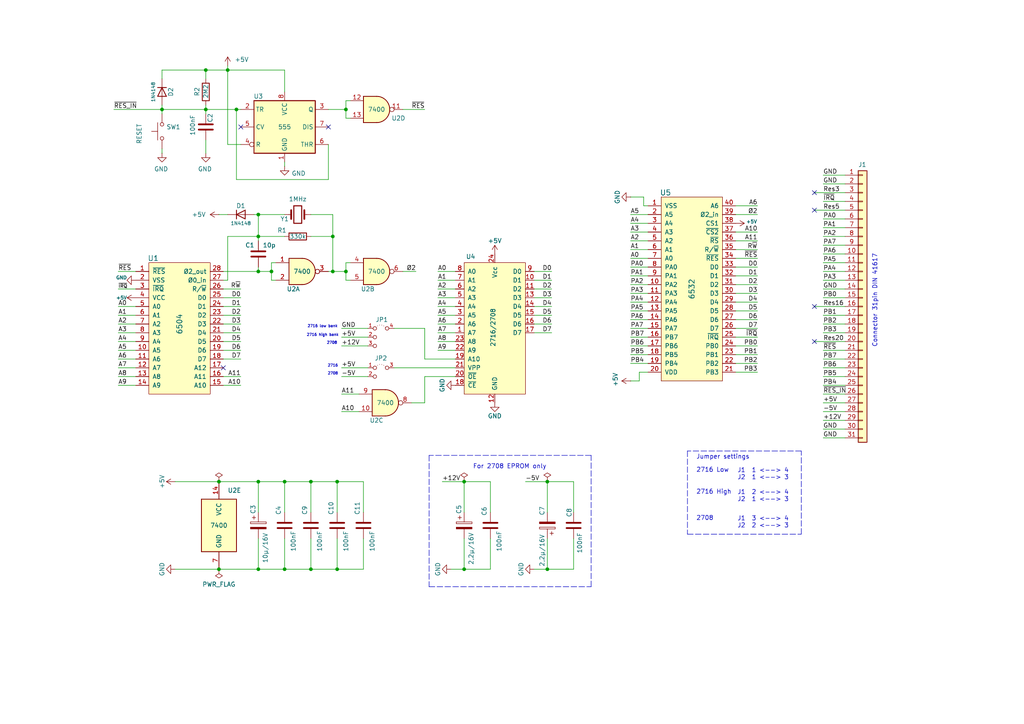
<source format=kicad_sch>
(kicad_sch (version 20250114) (generator "eeschema") (generator_version "9.0")
  (paper "A4")
  (title_block (title "6504 EMUF Reproduktion") (date "2026-02-07") (company "Original from MC 1981 / 2") (comment 1 "K.Loy"))
  (lib_symbols
    (symbol "74xx:7400" (pin_names (offset 1.016))
      (property "Reference" "U" (at 0 1.27 0))
      (property "Value" "7400" (at 0 -1.27 0))
      (symbol "7400_1_1"
        (pin input line (at -7.62 2.54 0) (length 3.81) (name "~") (number "1"))
        (pin input line (at -7.62 -2.54 0) (length 3.81) (name "~") (number "2"))
        (pin output inverted (at 7.62 0 180) (length 3.81) (name "~") (number "3"))
      )
      (symbol "7400_1_2"
        (pin input inverted (at -7.62 2.54 0) (length 4.318) (name "~") (number "1"))
        (pin input inverted (at -7.62 -2.54 0) (length 4.318) (name "~") (number "2"))
        (pin output line (at 7.62 0 180) (length 3.81) (name "~") (number "3"))
      )
      (symbol "7400_2_1"
        (pin input line (at -7.62 2.54 0) (length 3.81) (name "~") (number "4"))
        (pin input line (at -7.62 -2.54 0) (length 3.81) (name "~") (number "5"))
        (pin output inverted (at 7.62 0 180) (length 3.81) (name "~") (number "6"))
      )
      (symbol "7400_2_2"
        (pin input inverted (at -7.62 2.54 0) (length 4.318) (name "~") (number "4"))
        (pin input inverted (at -7.62 -2.54 0) (length 4.318) (name "~") (number "5"))
        (pin output line (at 7.62 0 180) (length 3.81) (name "~") (number "6"))
      )
      (symbol "7400_3_1"
        (pin input line (at -7.62 2.54 0) (length 3.81) (name "~") (number "9"))
        (pin input line (at -7.62 -2.54 0) (length 3.81) (name "~") (number "10"))
        (pin output inverted (at 7.62 0 180) (length 3.81) (name "~") (number "8"))
      )
      (symbol "7400_3_2"
        (pin input inverted (at -7.62 2.54 0) (length 4.318) (name "~") (number "9"))
        (pin input inverted (at -7.62 -2.54 0) (length 4.318) (name "~") (number "10"))
        (pin output line (at 7.62 0 180) (length 3.81) (name "~") (number "8"))
      )
      (symbol "7400_4_1"
        (pin input line (at -7.62 2.54 0) (length 3.81) (name "~") (number "12"))
        (pin input line (at -7.62 -2.54 0) (length 3.81) (name "~") (number "13"))
        (pin output inverted (at 7.62 0 180) (length 3.81) (name "~") (number "11"))
      )
      (symbol "7400_4_2"
        (pin input inverted (at -7.62 2.54 0) (length 4.318) (name "~") (number "12"))
        (pin input inverted (at -7.62 -2.54 0) (length 4.318) (name "~") (number "13"))
        (pin output line (at 7.62 0 180) (length 3.81) (name "~") (number "11"))
      )
      (symbol "7400_5_0"
        (pin power_in line (at 0 12.7 270) (length 5.08) (name "VCC") (number "14"))
        (pin power_in line (at 0 -12.7 90) (length 5.08) (name "GND") (number "7"))
      )
    )
    (symbol "Connector_Generic:Conn_01x31" (pin_names (offset 1.016) (hide yes))
      (property "Reference" "J" (at 0 40.64 0))
      (property "Value" "Conn_01x31" (at 0 -40.64 0))
      (symbol "Conn_01x31_1_1"
        (pin passive line (at -5.08 38.1 0) (length 3.81) (name "Pin_1") (number "1"))
        (pin passive line (at -5.08 35.56 0) (length 3.81) (name "Pin_2") (number "2"))
        (pin passive line (at -5.08 33.02 0) (length 3.81) (name "Pin_3") (number "3"))
        (pin passive line (at -5.08 30.48 0) (length 3.81) (name "Pin_4") (number "4"))
        (pin passive line (at -5.08 27.94 0) (length 3.81) (name "Pin_5") (number "5"))
        (pin passive line (at -5.08 25.4 0) (length 3.81) (name "Pin_6") (number "6"))
        (pin passive line (at -5.08 22.86 0) (length 3.81) (name "Pin_7") (number "7"))
        (pin passive line (at -5.08 20.32 0) (length 3.81) (name "Pin_8") (number "8"))
        (pin passive line (at -5.08 17.78 0) (length 3.81) (name "Pin_9") (number "9"))
        (pin passive line (at -5.08 15.24 0) (length 3.81) (name "Pin_10") (number "10"))
        (pin passive line (at -5.08 12.7 0) (length 3.81) (name "Pin_11") (number "11"))
        (pin passive line (at -5.08 10.16 0) (length 3.81) (name "Pin_12") (number "12"))
        (pin passive line (at -5.08 7.62 0) (length 3.81) (name "Pin_13") (number "13"))
        (pin passive line (at -5.08 5.08 0) (length 3.81) (name "Pin_14") (number "14"))
        (pin passive line (at -5.08 2.54 0) (length 3.81) (name "Pin_15") (number "15"))
        (pin passive line (at -5.08 0 0) (length 3.81) (name "Pin_16") (number "16"))
        (pin passive line (at -5.08 -2.54 0) (length 3.81) (name "Pin_17") (number "17"))
        (pin passive line (at -5.08 -5.08 0) (length 3.81) (name "Pin_18") (number "18"))
        (pin passive line (at -5.08 -7.62 0) (length 3.81) (name "Pin_19") (number "19"))
        (pin passive line (at -5.08 -10.16 0) (length 3.81) (name "Pin_20") (number "20"))
        (pin passive line (at -5.08 -12.7 0) (length 3.81) (name "Pin_21") (number "21"))
        (pin passive line (at -5.08 -15.24 0) (length 3.81) (name "Pin_22") (number "22"))
        (pin passive line (at -5.08 -17.78 0) (length 3.81) (name "Pin_23") (number "23"))
        (pin passive line (at -5.08 -20.32 0) (length 3.81) (name "Pin_24") (number "24"))
        (pin passive line (at -5.08 -22.86 0) (length 3.81) (name "Pin_25") (number "25"))
        (pin passive line (at -5.08 -25.4 0) (length 3.81) (name "Pin_26") (number "26"))
        (pin passive line (at -5.08 -27.94 0) (length 3.81) (name "Pin_27") (number "27"))
        (pin passive line (at -5.08 -30.48 0) (length 3.81) (name "Pin_28") (number "28"))
        (pin passive line (at -5.08 -33.02 0) (length 3.81) (name "Pin_29") (number "29"))
        (pin passive line (at -5.08 -35.56 0) (length 3.81) (name "Pin_30") (number "30"))
        (pin passive line (at -5.08 -38.1 0) (length 3.81) (name "Pin_31") (number "31"))
      )
    )
    (symbol "Device:C" (pin_numbers (hide yes)) (pin_names (offset 0.254))
      (property "Reference" "C" (at 0.635 2.54 0))
      (property "Value" "C" (at 0.635 -2.54 0))
      (symbol "C_1_1"
        (pin passive line (at 0 3.81 270) (length 2.794) (name "~") (number "1"))
        (pin passive line (at 0 -3.81 90) (length 2.794) (name "~") (number "2"))
      )
    )
    (symbol "Device:C_Polarized" (pin_numbers (hide yes)) (pin_names (offset 0.254))
      (property "Reference" "C" (at 0.635 2.54 0))
      (property "Value" "C_Polarized" (at 0.635 -2.54 0))
      (symbol "C_Polarized_1_1"
        (pin passive line (at 0 3.81 270) (length 2.794) (name "~") (number "1"))
        (pin passive line (at 0 -3.81 90) (length 2.794) (name "~") (number "2"))
      )
    )
    (symbol "Device:Crystal" (pin_numbers (hide yes)) (pin_names (offset 1.016) (hide yes))
      (property "Reference" "Y" (at 0 3.81 0))
      (property "Value" "Crystal" (at 0 -3.81 0))
      (symbol "Crystal_1_1"
        (pin passive line (at -3.81 0 0) (length 1.27) (name "1") (number "1"))
        (pin passive line (at 3.81 0 180) (length 1.27) (name "2") (number "2"))
      )
    )
    (symbol "Device:R" (pin_numbers (hide yes)) (pin_names (offset 0))
      (property "Reference" "R" (at 2.032 0 90))
      (property "Value" "R" (at 0 0 90))
      (symbol "R_1_1"
        (pin passive line (at 0 3.81 270) (length 1.27) (name "~") (number "1"))
        (pin passive line (at 0 -3.81 90) (length 1.27) (name "~") (number "2"))
      )
    )
    (symbol "Diode:1N4148" (pin_numbers (hide yes)) (pin_names (hide yes))
      (property "Reference" "D" (at 0 2.54 0))
      (property "Value" "1N4148" (at 0 -2.54 0))
      (symbol "1N4148_1_1"
        (pin passive line (at -3.81 0 0) (length 2.54) (name "K") (number "1"))
        (pin passive line (at 3.81 0 180) (length 2.54) (name "A") (number "2"))
      )
    )
    (symbol "Switch:SW_Omron_B3FS" (pin_numbers (hide yes)) (pin_names (offset 1.016) (hide yes))
      (property "Reference" "SW" (at 1.27 2.54 0))
      (property "Value" "SW_Omron_B3FS" (at 0 -1.524 0))
      (symbol "SW_Omron_B3FS_0_1"
        (pin passive line (at -5.08 0 0) (length 2.54) (name "1") (number "1"))
        (pin passive line (at 5.08 0 180) (length 2.54) (name "2") (number "2"))
      )
    )
    (symbol "Timer:NA555P"
      (property "Reference" "U" (at -10.16 8.89 0))
      (property "Value" "NA555P" (at 2.54 8.89 0))
      (symbol "NA555P_0_0"
        (pin power_in line (at 0 10.16 270) (length 2.54) (name "VCC") (number "8"))
        (pin power_in line (at 0 -10.16 90) (length 2.54) (name "GND") (number "1"))
      )
      (symbol "NA555P_1_1"
        (pin input line (at -12.7 5.08 0) (length 3.81) (name "TR") (number "2"))
        (pin input line (at -12.7 0 0) (length 3.81) (name "CV") (number "5"))
        (pin input inverted (at -12.7 -5.08 0) (length 3.81) (name "R") (number "4"))
        (pin output line (at 12.7 5.08 180) (length 3.81) (name "Q") (number "3"))
        (pin input line (at 12.7 0 180) (length 3.81) (name "DIS") (number "7"))
        (pin input line (at 12.7 -5.08 180) (length 3.81) (name "THR") (number "6"))
      )
    )
    (symbol "my_lib2:2716_" (pin_names (offset 1.016))
      (property "Reference" "U" (at 4.064 4.572 0))
      (property "Value" "2716_" (at 17.526 4.572 0))
      (symbol "2716__1_1"
        (pin input line (at 0 0 0) (length 2.54) (name "A0") (number "8"))
        (pin input line (at 0 -2.54 0) (length 2.54) (name "A1") (number "7"))
        (pin input line (at 0 -5.08 0) (length 2.54) (name "A2") (number "6"))
        (pin input line (at 0 -7.62 0) (length 2.54) (name "A3") (number "5"))
        (pin input line (at 0 -10.16 0) (length 2.54) (name "A4") (number "4"))
        (pin input line (at 0 -12.7 0) (length 2.54) (name "A5") (number "3"))
        (pin input line (at 0 -15.24 0) (length 2.54) (name "A6") (number "2"))
        (pin input line (at 0 -17.78 0) (length 2.54) (name "A7") (number "1"))
        (pin input line (at 0 -20.32 0) (length 2.54) (name "A8") (number "23"))
        (pin input line (at 0 -22.86 0) (length 2.54) (name "A9") (number "22"))
        (pin input line (at 0 -25.4 0) (length 2.54) (name "A10") (number "19"))
        (pin input line (at 0 -27.94 0) (length 2.54) (name "VPP") (number "21"))
        (pin input line (at 0 -30.48 0) (length 2.54) (name "~{OE}") (number "20"))
        (pin input line (at 0 -33.02 0) (length 2.54) (name "~{CE}") (number "18"))
        (pin power_in line (at 11.43 5.08 270) (length 2.54) (name "Vcc") (number "24"))
        (pin power_in line (at 11.43 -38.1 90) (length 2.54) (name "GND") (number "12"))
        (pin tri_state line (at 22.86 0 180) (length 2.54) (name "D0") (number "9"))
        (pin tri_state line (at 22.86 -2.54 180) (length 2.54) (name "D1") (number "10"))
        (pin tri_state line (at 22.86 -5.08 180) (length 2.54) (name "D2") (number "11"))
        (pin tri_state line (at 22.86 -7.62 180) (length 2.54) (name "D3") (number "13"))
        (pin tri_state line (at 22.86 -10.16 180) (length 2.54) (name "D4") (number "14"))
        (pin tri_state line (at 22.86 -12.7 180) (length 2.54) (name "D5") (number "15"))
        (pin tri_state line (at 22.86 -15.24 180) (length 2.54) (name "D6") (number "16"))
        (pin tri_state line (at 22.86 -17.78 180) (length 2.54) (name "D7") (number "17"))
      )
    )
    (symbol "my_lib2:6504" (pin_names (offset 1.016))
      (property "Reference" "U" (at -6.35 20.32 0))
      (property "Value" "6504" (at 0 0 90))
      (symbol "6504_1_1"
        (pin input line (at -12.7 15.24 0) (length 3.81) (name "~{RES}") (number "1"))
        (pin power_in line (at -12.7 12.7 0) (length 3.81) (name "VSS") (number "2"))
        (pin input line (at -12.7 10.16 0) (length 3.81) (name "~{IRQ}") (number "3"))
        (pin power_in line (at -12.7 7.62 0) (length 3.81) (name "VCC") (number "4"))
        (pin output line (at -12.7 5.08 0) (length 3.81) (name "A0") (number "5"))
        (pin output line (at -12.7 2.54 0) (length 3.81) (name "A1") (number "6"))
        (pin output line (at -12.7 0 0) (length 3.81) (name "A2") (number "7"))
        (pin output line (at -12.7 -2.54 0) (length 3.81) (name "A3") (number "8"))
        (pin output line (at -12.7 -5.08 0) (length 3.81) (name "A4") (number "9"))
        (pin output line (at -12.7 -7.62 0) (length 3.81) (name "A5") (number "10"))
        (pin output line (at -12.7 -10.16 0) (length 3.81) (name "A6") (number "11"))
        (pin output line (at -12.7 -12.7 0) (length 3.81) (name "A7") (number "12"))
        (pin output line (at -12.7 -15.24 0) (length 3.81) (name "A8") (number "13"))
        (pin output line (at -12.7 -17.78 0) (length 3.81) (name "A9") (number "14"))
        (pin output line (at 12.7 15.24 180) (length 3.81) (name "Ø2_out") (number "28"))
        (pin input line (at 12.7 12.7 180) (length 3.81) (name "Ø0_in") (number "27"))
        (pin output line (at 12.7 10.16 180) (length 3.81) (name "R/~{W}") (number "26"))
        (pin tri_state line (at 12.7 7.62 180) (length 3.81) (name "D0") (number "25"))
        (pin tri_state line (at 12.7 5.08 180) (length 3.81) (name "D1") (number "24"))
        (pin tri_state line (at 12.7 2.54 180) (length 3.81) (name "D2") (number "23"))
        (pin tri_state line (at 12.7 0 180) (length 3.81) (name "D3") (number "22"))
        (pin tri_state line (at 12.7 -2.54 180) (length 3.81) (name "D4") (number "21"))
        (pin tri_state line (at 12.7 -5.08 180) (length 3.81) (name "D5") (number "20"))
        (pin tri_state line (at 12.7 -7.62 180) (length 3.81) (name "D6") (number "19"))
        (pin tri_state line (at 12.7 -10.16 180) (length 3.81) (name "D7") (number "18"))
        (pin output line (at 12.7 -12.7 180) (length 3.81) (name "A12") (number "17"))
        (pin output line (at 12.7 -15.24 180) (length 3.81) (name "A11") (number "16"))
        (pin output line (at 12.7 -17.78 180) (length 3.81) (name "A10") (number "15"))
      )
    )
    (symbol "my_lib2:6532" (pin_names (offset 1.016))
      (property "Reference" "U" (at -6.35 27.94 0))
      (property "Value" "6532" (at 0 0 90))
      (symbol "6532_1_1"
        (pin power_in line (at -12.7 22.86 0) (length 3.81) (name "VSS") (number "1"))
        (pin input line (at -12.7 20.32 0) (length 3.81) (name "A5") (number "2"))
        (pin input line (at -12.7 17.78 0) (length 3.81) (name "A4") (number "3"))
        (pin input line (at -12.7 15.24 0) (length 3.81) (name "A3") (number "4"))
        (pin input line (at -12.7 12.7 0) (length 3.81) (name "A2") (number "5"))
        (pin input line (at -12.7 10.16 0) (length 3.81) (name "A1") (number "6"))
        (pin input line (at -12.7 7.62 0) (length 3.81) (name "A0") (number "7"))
        (pin bidirectional line (at -12.7 5.08 0) (length 3.81) (name "PA0") (number "8"))
        (pin bidirectional line (at -12.7 2.54 0) (length 3.81) (name "PA1") (number "9"))
        (pin bidirectional line (at -12.7 0 0) (length 3.81) (name "PA2") (number "10"))
        (pin bidirectional line (at -12.7 -2.54 0) (length 3.81) (name "PA3") (number "11"))
        (pin bidirectional line (at -12.7 -5.08 0) (length 3.81) (name "PA4") (number "12"))
        (pin bidirectional line (at -12.7 -7.62 0) (length 3.81) (name "PA5") (number "13"))
        (pin bidirectional line (at -12.7 -10.16 0) (length 3.81) (name "PA6") (number "14"))
        (pin bidirectional line (at -12.7 -12.7 0) (length 3.81) (name "PA7") (number "15"))
        (pin bidirectional line (at -12.7 -15.24 0) (length 3.81) (name "PB7") (number "16"))
        (pin bidirectional line (at -12.7 -17.78 0) (length 3.81) (name "PB6") (number "17"))
        (pin bidirectional line (at -12.7 -20.32 0) (length 3.81) (name "PB5") (number "18"))
        (pin bidirectional line (at -12.7 -22.86 0) (length 3.81) (name "PB4") (number "19"))
        (pin power_in line (at -12.7 -25.4 0) (length 3.81) (name "VDD") (number "20"))
        (pin input line (at 12.7 22.86 180) (length 3.81) (name "A6") (number "40"))
        (pin input line (at 12.7 20.32 180) (length 3.81) (name "Ø2_in") (number "39"))
        (pin input line (at 12.7 17.78 180) (length 3.81) (name "CS1") (number "38"))
        (pin input line (at 12.7 15.24 180) (length 3.81) (name "~{CS2}") (number "37"))
        (pin input line (at 12.7 12.7 180) (length 3.81) (name "~{RS}") (number "36"))
        (pin input line (at 12.7 10.16 180) (length 3.81) (name "R/~{W}") (number "35"))
        (pin input line (at 12.7 7.62 180) (length 3.81) (name "~{RES}") (number "34"))
        (pin tri_state line (at 12.7 5.08 180) (length 3.81) (name "D0") (number "33"))
        (pin tri_state line (at 12.7 2.54 180) (length 3.81) (name "D1") (number "32"))
        (pin tri_state line (at 12.7 0 180) (length 3.81) (name "D2") (number "31"))
        (pin tri_state line (at 12.7 -2.54 180) (length 3.81) (name "D3") (number "30"))
        (pin tri_state line (at 12.7 -5.08 180) (length 3.81) (name "D4") (number "29"))
        (pin tri_state line (at 12.7 -7.62 180) (length 3.81) (name "D5") (number "28"))
        (pin tri_state line (at 12.7 -10.16 180) (length 3.81) (name "D6") (number "27"))
        (pin tri_state line (at 12.7 -12.7 180) (length 3.81) (name "D7") (number "26"))
        (pin output line (at 12.7 -15.24 180) (length 3.81) (name "~{IRQ}") (number "25"))
        (pin bidirectional line (at 12.7 -17.78 180) (length 3.81) (name "PB0") (number "24"))
        (pin bidirectional line (at 12.7 -20.32 180) (length 3.81) (name "PB1") (number "23"))
        (pin bidirectional line (at 12.7 -22.86 180) (length 3.81) (name "PB2") (number "22"))
        (pin bidirectional line (at 12.7 -25.4 180) (length 3.81) (name "PB3") (number "21"))
      )
    )
    (symbol "my_lib2:JUMPER3_" (pin_names (offset 0.762) (hide yes))
      (property "Reference" "JP" (at -0.508 -2.54 0))
      (property "Value" "JUMPER3_" (at 0.254 2.54 0))
      (symbol "JUMPER3__0_1"
        (pin passive line (at -5.08 -2.54 0) (length 1.524) (name "2") (number "2"))
      )
      (symbol "JUMPER3__1_1"
        (pin passive line (at -5.08 0 0) (length 1.524) (name "1") (number "1"))
        (pin passive line (at 2.54 0 180) (length 1.524) (name "3") (number "3"))
      )
    )
    (symbol "my_lib2:JUMPER4_" (pin_names (offset 0.762) (hide yes))
      (property "Reference" "JP" (at -0.508 -2.54 0))
      (property "Value" "JUMPER4_" (at 0.254 2.54 0))
      (symbol "JUMPER4__0_1"
        (pin passive line (at -5.08 -2.54 0) (length 1.524) (name "2") (number "2"))
      )
      (symbol "JUMPER4__1_1"
        (pin passive line (at -5.08 0 0) (length 1.524) (name "1") (number "1"))
        (pin passive line (at -5.08 -5.08 0) (length 1.524) (name "3") (number "3"))
        (pin passive line (at 2.54 0 180) (length 1.524) (name "4") (number "4"))
      )
    )
    (symbol "power:+5V" (power) (pin_numbers (hide yes)) (pin_names (offset 0) (hide yes))
      (property "Value" "+5V" (at 0 3.556 0))
      (symbol "+5V_1_1"
        (pin power_in line (at 0 0 90) (length 0) (name "~") (number "1"))
      )
    )
    (symbol "power:GND" (power) (pin_numbers (hide yes)) (pin_names (offset 0) (hide yes))
      (property "Value" "GND" (at 0 -3.81 0))
      (symbol "GND_1_1"
        (pin power_in line (at 0 0 270) (length 0) (name "~") (number "1"))
      )
    )
    (symbol "power:PWR_FLAG" (power) (pin_numbers (hide yes)) (pin_names (offset 0) (hide yes))
      (property "Value" "PWR_FLAG" (at 0 3.81 0))
      (symbol "PWR_FLAG_0_0"
        (pin power_out line (at 0 0 90) (length 0) (name "~") (number "1"))
      )
    )
  )
  (text "J1  3 <--> 4\nJ2  2 <--> 3" (at 213.868 153.289 0) (effects (font (size 1.27 1.27)) (justify left bottom)))
  (text "2708" (at 94.742 99.568 0) (effects (font (size 0.762 0.762)) (justify left)))
  (text "J1  1 <--> 4\nJ2  1 <--> 3" (at 213.868 139.319 0) (effects (font (size 1.27 1.27)) (justify left bottom)))
  (text "For 2708 EPROM only" (at 137.16 136.144 0) (effects (font (size 1.27 1.27)) (justify left bottom)))
  (text "2716 High" (at 201.93 143.51 0) (effects (font (size 1.27 1.27)) (justify left bottom)))
  (text "2716" (at 94.996 106.172 0) (effects (font (size 0.762 0.762)) (justify left)))
  (text "2716 high bank" (at 88.9 97.282 0) (effects (font (size 0.762 0.762)) (justify left)))
  (text "2708" (at 201.93 151.13 0) (effects (font (size 1.27 1.27)) (justify left bottom)))
  (text "Connector 31pin DIN 41617" (at 254.508 100.838 90) (effects (font (size 1.27 1.27)) (justify left bottom)))
  (text "Jumper settings " (at 201.93 133.35 0) (effects (font (size 1.27 1.27)) (justify left bottom)))
  (text "J1  2 <--> 4\nJ2  1 <--> 3" (at 213.868 145.669 0) (effects (font (size 1.27 1.27)) (justify left bottom)))
  (text "2708" (at 94.996 108.458 0) (effects (font (size 0.762 0.762)) (justify left)))
  (text "2716 Low" (at 201.93 137.16 0) (effects (font (size 1.27 1.27)) (justify left bottom)))
  (text "2716 low bank" (at 89.154 94.742 0) (effects (font (size 0.762 0.762)) (justify left)))
  (junction (at 74.93 165.1))
  (junction (at 97.79 165.1))
  (junction (at 82.55 139.7))
  (junction (at 158.75 139.7))
  (junction (at 90.17 139.7))
  (junction (at 82.55 165.1))
  (junction (at 74.93 68.58))
  (junction (at 74.93 139.7))
  (junction (at 74.93 78.74))
  (junction (at 134.62 139.7))
  (junction (at 74.93 62.23))
  (junction (at 59.69 31.75))
  (junction (at 100.33 31.75))
  (junction (at 66.04 20.32))
  (junction (at 63.5 139.7))
  (junction (at 97.79 139.7))
  (junction (at 134.62 165.1))
  (junction (at 90.17 165.1))
  (junction (at 96.52 78.74))
  (junction (at 96.52 68.58))
  (junction (at 68.58 31.75))
  (junction (at 59.69 20.32))
  (junction (at 46.99 31.75))
  (junction (at 63.5 165.1))
  (junction (at 100.33 78.74))
  (junction (at 158.75 165.1))
  (junction (at 78.74 78.74))
  (no_connect (at 95.25 36.83))
  (no_connect (at 69.85 36.83))
  (no_connect (at 236.22 88.9))
  (no_connect (at 236.22 99.06))
  (no_connect (at 236.22 60.96))
  (no_connect (at 64.77 106.68))
  (no_connect (at 236.22 55.88))
  (wire (pts (xy 238.76 83.82) (xy 245.11 83.82)))
  (wire (pts (xy 182.88 74.93) (xy 187.96 74.93)))
  (wire (pts (xy 104.14 119.38) (xy 99.06 119.38)))
  (wire (pts (xy 213.36 59.69) (xy 219.71 59.69)))
  (wire (pts (xy 46.99 30.48) (xy 46.99 31.75)))
  (wire (pts (xy 59.69 20.32) (xy 66.04 20.32)))
  (wire (pts (xy 69.85 93.98) (xy 64.77 93.98)))
  (wire (pts (xy 160.02 96.52) (xy 154.94 96.52)))
  (wire (pts (xy 238.76 50.8) (xy 245.11 50.8)))
  (wire (pts (xy 64.77 78.74) (xy 74.93 78.74)))
  (wire (pts (xy 213.36 67.31) (xy 219.71 67.31)))
  (wire (pts (xy 74.93 77.47) (xy 74.93 78.74)))
  (wire (pts (xy 66.04 68.58) (xy 66.04 81.28)))
  (wire (pts (xy 187.96 90.17) (xy 182.88 90.17)))
  (wire (pts (xy 213.36 102.87) (xy 219.71 102.87)))
  (wire (pts (xy 90.17 139.7) (xy 97.79 139.7)))
  (wire (pts (xy 66.04 20.32) (xy 82.55 20.32)))
  (wire (pts (xy 213.36 69.85) (xy 219.71 69.85)))
  (wire (pts (xy 69.85 99.06) (xy 64.77 99.06)))
  (wire (pts (xy 187.96 97.79) (xy 182.88 97.79)))
  (wire (pts (xy 97.79 165.1) (xy 105.41 165.1)))
  (wire (pts (xy 78.74 76.2) (xy 78.74 78.74)))
  (wire (pts (xy 213.36 100.33) (xy 219.71 100.33)))
  (wire (pts (xy 187.96 85.09) (xy 182.88 85.09)))
  (wire (pts (xy 236.22 99.06) (xy 245.11 99.06)))
  (wire (pts (xy 238.76 73.66) (xy 245.11 73.66)))
  (wire (pts (xy 46.99 31.75) (xy 46.99 33.02)))
  (wire (pts (xy 182.88 110.49) (xy 185.42 110.49)))
  (wire (pts (xy 238.76 86.36) (xy 245.11 86.36)))
  (wire (pts (xy 238.76 58.42) (xy 245.11 58.42)))
  (wire (pts (xy 127 93.98) (xy 132.08 93.98)))
  (wire (pts (xy 69.85 41.91) (xy 66.04 41.91)))
  (wire (pts (xy 46.99 22.86) (xy 46.99 20.32)))
  (wire (pts (xy 59.69 31.75) (xy 59.69 33.02)))
  (wire (pts (xy 59.69 40.64) (xy 59.69 44.45)))
  (polyline (pts (xy 199.39 130.81) (xy 199.39 154.94)) (stroke (width 0) (type dash)))
  (wire (pts (xy 160.02 83.82) (xy 154.94 83.82)))
  (wire (pts (xy 238.76 104.14) (xy 245.11 104.14)))
  (wire (pts (xy 238.76 119.38) (xy 245.11 119.38)))
  (wire (pts (xy 213.36 77.47) (xy 219.71 77.47)))
  (wire (pts (xy 238.76 91.44) (xy 245.11 91.44)))
  (polyline (pts (xy 171.45 132.08) (xy 124.46 132.08)) (stroke (width 0) (type dash)))
  (wire (pts (xy 142.24 156.21) (xy 142.24 165.1)))
  (wire (pts (xy 127 101.6) (xy 132.08 101.6)))
  (wire (pts (xy 158.75 148.59) (xy 158.75 139.7)))
  (wire (pts (xy 134.62 156.21) (xy 134.62 165.1)))
  (wire (pts (xy 59.69 20.32) (xy 59.69 22.86)))
  (wire (pts (xy 182.88 100.33) (xy 187.96 100.33)))
  (wire (pts (xy 187.96 95.25) (xy 182.88 95.25)))
  (wire (pts (xy 182.88 87.63) (xy 187.96 87.63)))
  (wire (pts (xy 187.96 59.69) (xy 186.69 59.69)))
  (wire (pts (xy 119.38 116.84) (xy 123.19 116.84)))
  (wire (pts (xy 160.02 86.36) (xy 154.94 86.36)))
  (wire (pts (xy 123.19 95.25) (xy 114.3 95.25)))
  (wire (pts (xy 39.37 93.98) (xy 34.29 93.98)))
  (wire (pts (xy 127 91.44) (xy 132.08 91.44)))
  (wire (pts (xy 213.36 107.95) (xy 219.71 107.95)))
  (wire (pts (xy 95.25 78.74) (xy 96.52 78.74)))
  (polyline (pts (xy 199.39 154.94) (xy 232.41 154.94)) (stroke (width 0) (type dash)))
  (wire (pts (xy 82.55 139.7) (xy 82.55 148.59)))
  (wire (pts (xy 106.68 97.79) (xy 99.06 97.79)))
  (polyline (pts (xy 232.41 130.81) (xy 199.39 130.81)) (stroke (width 0) (type dash)))
  (wire (pts (xy 96.52 68.58) (xy 96.52 78.74)))
  (wire (pts (xy 160.02 78.74) (xy 154.94 78.74)))
  (wire (pts (xy 66.04 68.58) (xy 74.93 68.58)))
  (wire (pts (xy 64.77 111.76) (xy 69.85 111.76)))
  (wire (pts (xy 82.55 165.1) (xy 90.17 165.1)))
  (wire (pts (xy 100.33 78.74) (xy 100.33 81.28)))
  (wire (pts (xy 39.37 111.76) (xy 34.29 111.76)))
  (wire (pts (xy 95.25 31.75) (xy 100.33 31.75)))
  (wire (pts (xy 90.17 165.1) (xy 97.79 165.1)))
  (wire (pts (xy 69.85 104.14) (xy 64.77 104.14)))
  (wire (pts (xy 160.02 93.98) (xy 154.94 93.98)))
  (wire (pts (xy 182.88 72.39) (xy 187.96 72.39)))
  (wire (pts (xy 166.37 156.21) (xy 166.37 165.1)))
  (polyline (pts (xy 171.45 170.18) (xy 171.45 132.08)) (stroke (width 0) (type dash)))
  (wire (pts (xy 59.69 31.75) (xy 59.69 30.48)))
  (wire (pts (xy 69.85 109.22) (xy 64.77 109.22)))
  (wire (pts (xy 96.52 78.74) (xy 100.33 78.74)))
  (wire (pts (xy 238.76 66.04) (xy 245.11 66.04)))
  (polyline (pts (xy 124.46 170.18) (xy 171.45 170.18)) (stroke (width 0) (type dash)))
  (wire (pts (xy 134.62 148.59) (xy 134.62 139.7)))
  (wire (pts (xy 154.94 165.1) (xy 158.75 165.1)))
  (wire (pts (xy 74.93 165.1) (xy 82.55 165.1)))
  (wire (pts (xy 106.68 106.68) (xy 99.06 106.68)))
  (wire (pts (xy 213.36 92.71) (xy 219.71 92.71)))
  (wire (pts (xy 160.02 91.44) (xy 154.94 91.44)))
  (wire (pts (xy 90.17 148.59) (xy 90.17 139.7)))
  (wire (pts (xy 39.37 104.14) (xy 34.29 104.14)))
  (wire (pts (xy 213.36 90.17) (xy 219.71 90.17)))
  (wire (pts (xy 68.58 52.07) (xy 95.25 52.07)))
  (wire (pts (xy 82.55 46.99) (xy 82.55 48.26)))
  (wire (pts (xy 100.33 76.2) (xy 101.6 76.2)))
  (wire (pts (xy 99.06 109.22) (xy 106.68 109.22)))
  (wire (pts (xy 39.37 96.52) (xy 34.29 96.52)))
  (wire (pts (xy 97.79 139.7) (xy 97.79 148.59)))
  (wire (pts (xy 106.68 100.33) (xy 99.06 100.33)))
  (wire (pts (xy 127 86.36) (xy 132.08 86.36)))
  (wire (pts (xy 182.88 77.47) (xy 187.96 77.47)))
  (wire (pts (xy 152.4 139.7) (xy 158.75 139.7)))
  (wire (pts (xy 158.75 165.1) (xy 166.37 165.1)))
  (wire (pts (xy 123.19 109.22) (xy 132.08 109.22)))
  (wire (pts (xy 186.69 57.15) (xy 186.69 59.69)))
  (wire (pts (xy 182.88 92.71) (xy 187.96 92.71)))
  (wire (pts (xy 74.93 68.58) (xy 74.93 69.85)))
  (wire (pts (xy 238.76 109.22) (xy 245.11 109.22)))
  (wire (pts (xy 134.62 165.1) (xy 142.24 165.1)))
  (wire (pts (xy 39.37 109.22) (xy 34.29 109.22)))
  (wire (pts (xy 100.33 31.75) (xy 100.33 34.29)))
  (wire (pts (xy 90.17 62.23) (xy 96.52 62.23)))
  (wire (pts (xy 74.93 165.1) (xy 74.93 156.21)))
  (wire (pts (xy 46.99 43.18) (xy 46.99 44.45)))
  (wire (pts (xy 69.85 96.52) (xy 64.77 96.52)))
  (wire (pts (xy 69.85 86.36) (xy 64.77 86.36)))
  (wire (pts (xy 128.27 139.7) (xy 134.62 139.7)))
  (wire (pts (xy 142.24 148.59) (xy 142.24 139.7)))
  (wire (pts (xy 39.37 83.82) (xy 34.29 83.82)))
  (wire (pts (xy 130.81 165.1) (xy 134.62 165.1)))
  (wire (pts (xy 132.08 78.74) (xy 127 78.74)))
  (wire (pts (xy 182.88 64.77) (xy 187.96 64.77)))
  (wire (pts (xy 238.76 116.84) (xy 245.11 116.84)))
  (wire (pts (xy 238.76 71.12) (xy 245.11 71.12)))
  (wire (pts (xy 59.69 31.75) (xy 68.58 31.75)))
  (wire (pts (xy 63.5 165.1) (xy 74.93 165.1)))
  (wire (pts (xy 160.02 88.9) (xy 154.94 88.9)))
  (wire (pts (xy 39.37 91.44) (xy 34.29 91.44)))
  (wire (pts (xy 134.62 139.7) (xy 142.24 139.7)))
  (wire (pts (xy 158.75 156.21) (xy 158.75 165.1)))
  (wire (pts (xy 245.11 96.52) (xy 238.76 96.52)))
  (wire (pts (xy 187.96 80.01) (xy 182.88 80.01)))
  (wire (pts (xy 185.42 107.95) (xy 185.42 110.49)))
  (wire (pts (xy 213.36 105.41) (xy 219.71 105.41)))
  (wire (pts (xy 127 83.82) (xy 132.08 83.82)))
  (wire (pts (xy 64.77 81.28) (xy 66.04 81.28)))
  (wire (pts (xy 238.76 93.98) (xy 245.11 93.98)))
  (wire (pts (xy 69.85 83.82) (xy 64.77 83.82)))
  (wire (pts (xy 238.76 76.2) (xy 245.11 76.2)))
  (wire (pts (xy 46.99 20.32) (xy 59.69 20.32)))
  (wire (pts (xy 123.19 116.84) (xy 123.19 109.22)))
  (wire (pts (xy 166.37 148.59) (xy 166.37 139.7)))
  (wire (pts (xy 46.99 31.75) (xy 59.69 31.75)))
  (wire (pts (xy 78.74 81.28) (xy 80.01 81.28)))
  (wire (pts (xy 187.96 107.95) (xy 185.42 107.95)))
  (wire (pts (xy 39.37 78.74) (xy 34.29 78.74)))
  (wire (pts (xy 236.22 55.88) (xy 245.11 55.88)))
  (wire (pts (xy 245.11 127) (xy 238.76 127)))
  (wire (pts (xy 82.55 165.1) (xy 82.55 156.21)))
  (wire (pts (xy 82.55 20.32) (xy 82.55 26.67)))
  (wire (pts (xy 50.8 139.7) (xy 63.5 139.7)))
  (wire (pts (xy 213.36 62.23) (xy 219.71 62.23)))
  (wire (pts (xy 74.93 139.7) (xy 82.55 139.7)))
  (wire (pts (xy 116.84 78.74) (xy 120.65 78.74)))
  (polyline (pts (xy 232.41 154.94) (xy 232.41 130.81)) (stroke (width 0) (type dash)))
  (wire (pts (xy 213.36 97.79) (xy 219.71 97.79)))
  (wire (pts (xy 97.79 156.21) (xy 97.79 165.1)))
  (wire (pts (xy 104.14 114.3) (xy 99.06 114.3)))
  (wire (pts (xy 82.55 62.23) (xy 74.93 62.23)))
  (wire (pts (xy 100.33 81.28) (xy 101.6 81.28)))
  (wire (pts (xy 69.85 31.75) (xy 68.58 31.75)))
  (wire (pts (xy 74.93 148.59) (xy 74.93 139.7)))
  (wire (pts (xy 213.36 85.09) (xy 219.71 85.09)))
  (wire (pts (xy 245.11 53.34) (xy 238.76 53.34)))
  (wire (pts (xy 95.25 52.07) (xy 95.25 41.91)))
  (wire (pts (xy 80.01 76.2) (xy 78.74 76.2)))
  (wire (pts (xy 105.41 156.21) (xy 105.41 165.1)))
  (wire (pts (xy 66.04 19.05) (xy 66.04 20.32)))
  (wire (pts (xy 182.88 57.15) (xy 186.69 57.15)))
  (wire (pts (xy 123.19 95.25) (xy 123.19 104.14)))
  (wire (pts (xy 213.36 74.93) (xy 219.71 74.93)))
  (wire (pts (xy 69.85 101.6) (xy 64.77 101.6)))
  (wire (pts (xy 66.04 20.32) (xy 66.04 41.91)))
  (wire (pts (xy 39.37 99.06) (xy 34.29 99.06)))
  (wire (pts (xy 213.36 95.25) (xy 219.71 95.25)))
  (wire (pts (xy 127 96.52) (xy 132.08 96.52)))
  (wire (pts (xy 182.88 102.87) (xy 187.96 102.87)))
  (wire (pts (xy 236.22 88.9) (xy 245.11 88.9)))
  (wire (pts (xy 78.74 78.74) (xy 78.74 81.28)))
  (wire (pts (xy 182.88 105.41) (xy 187.96 105.41)))
  (wire (pts (xy 69.85 91.44) (xy 64.77 91.44)))
  (wire (pts (xy 182.88 69.85) (xy 187.96 69.85)))
  (wire (pts (xy 213.36 72.39) (xy 219.71 72.39)))
  (wire (pts (xy 82.55 139.7) (xy 90.17 139.7)))
  (wire (pts (xy 90.17 156.21) (xy 90.17 165.1)))
  (wire (pts (xy 74.93 68.58) (xy 82.55 68.58)))
  (wire (pts (xy 100.33 34.29) (xy 101.6 34.29)))
  (wire (pts (xy 182.88 62.23) (xy 187.96 62.23)))
  (wire (pts (xy 238.76 101.6) (xy 245.11 101.6)))
  (wire (pts (xy 50.8 165.1) (xy 63.5 165.1)))
  (wire (pts (xy 100.33 29.21) (xy 101.6 29.21)))
  (wire (pts (xy 68.58 31.75) (xy 68.58 52.07)))
  (wire (pts (xy 100.33 31.75) (xy 100.33 29.21)))
  (wire (pts (xy 127 99.06) (xy 132.08 99.06)))
  (wire (pts (xy 73.66 62.23) (xy 74.93 62.23)))
  (wire (pts (xy 123.19 104.14) (xy 132.08 104.14)))
  (wire (pts (xy 238.76 63.5) (xy 245.11 63.5)))
  (wire (pts (xy 116.84 31.75) (xy 123.19 31.75)))
  (wire (pts (xy 74.93 62.23) (xy 74.93 68.58)))
  (wire (pts (xy 238.76 124.46) (xy 245.11 124.46)))
  (wire (pts (xy 74.93 78.74) (xy 78.74 78.74)))
  (wire (pts (xy 213.36 80.01) (xy 219.71 80.01)))
  (wire (pts (xy 97.79 139.7) (xy 105.41 139.7)))
  (wire (pts (xy 213.36 82.55) (xy 219.71 82.55)))
  (wire (pts (xy 39.37 106.68) (xy 34.29 106.68)))
  (wire (pts (xy 245.11 111.76) (xy 238.76 111.76)))
  (wire (pts (xy 182.88 67.31) (xy 187.96 67.31)))
  (wire (pts (xy 96.52 68.58) (xy 90.17 68.58)))
  (wire (pts (xy 236.22 60.96) (xy 245.11 60.96)))
  (wire (pts (xy 127 81.28) (xy 132.08 81.28)))
  (wire (pts (xy 39.37 101.6) (xy 34.29 101.6)))
  (wire (pts (xy 96.52 62.23) (xy 96.52 68.58)))
  (polyline (pts (xy 124.46 132.08) (xy 124.46 170.18)) (stroke (width 0) (type dash)))
  (wire (pts (xy 154.94 81.28) (xy 160.02 81.28)))
  (wire (pts (xy 127 88.9) (xy 132.08 88.9)))
  (wire (pts (xy 105.41 139.7) (xy 105.41 148.59)))
  (wire (pts (xy 158.75 139.7) (xy 166.37 139.7)))
  (wire (pts (xy 238.76 114.3) (xy 245.11 114.3)))
  (wire (pts (xy 100.33 78.74) (xy 100.33 76.2)))
  (wire (pts (xy 182.88 82.55) (xy 187.96 82.55)))
  (wire (pts (xy 114.3 106.68) (xy 132.08 106.68)))
  (wire (pts (xy 106.68 95.25) (xy 99.06 95.25)))
  (wire (pts (xy 213.36 87.63) (xy 219.71 87.63)))
  (wire (pts (xy 238.76 68.58) (xy 245.11 68.58)))
  (wire (pts (xy 238.76 78.74) (xy 245.11 78.74)))
  (wire (pts (xy 69.85 88.9) (xy 64.77 88.9)))
  (wire (pts (xy 39.37 88.9) (xy 34.29 88.9)))
  (wire (pts (xy 238.76 106.68) (xy 245.11 106.68)))
  (wire (pts (xy 238.76 81.28) (xy 245.11 81.28)))
  (wire (pts (xy 33.02 31.75) (xy 46.99 31.75)))
  (wire (pts (xy 63.5 62.23) (xy 66.04 62.23)))
  (wire (pts (xy 63.5 139.7) (xy 74.93 139.7)))
  (wire (pts (xy 238.76 121.92) (xy 245.11 121.92)))
  (label "PB4" (at 238.76 111.76 0))
  (label "A2" (at 34.29 93.98 0))
  (label "~{IRQ}" (at 34.29 83.82 0) (effects (font (size 0.9906 0.9906))))
  (label "A5" (at 34.29 101.6 0))
  (label "PB3" (at 238.76 96.52 0))
  (label "PB7" (at 182.88 97.79 0))
  (label "D7" (at 69.85 104.14 180))
  (label "A7" (at 34.29 106.68 0))
  (label "A10" (at 219.71 67.31 180))
  (label "D4" (at 219.71 87.63 180))
  (label "Res20" (at 238.76 99.06 0))
  (label "GND" (at 238.76 53.34 0))
  (label "D6" (at 219.71 92.71 180))
  (label "+5V" (at 238.76 116.84 0))
  (label "Ø2" (at 219.71 62.23 180))
  (label "PA2" (at 182.88 82.55 0))
  (label "PA0" (at 182.88 77.47 0))
  (label "R~{W}" (at 219.71 72.39 180))
  (label "A2" (at 127 83.82 0))
  (label "A1" (at 127 81.28 0))
  (label "D0" (at 160.02 78.74 180))
  (label "PA1" (at 182.88 80.01 0))
  (label "~{RES_IN}" (at 238.76 114.3 0))
  (label "~{IRQ}" (at 238.76 58.42 0))
  (label "-5V" (at 99.06 109.22 0))
  (label "PB5" (at 182.88 102.87 0))
  (label "D0" (at 69.85 86.36 180))
  (label "GND" (at 238.76 127 0))
  (label "A1" (at 34.29 91.44 0))
  (label "PA1" (at 238.76 66.04 0))
  (label "D3" (at 219.71 85.09 180))
  (label "PB3" (at 219.71 107.95 180))
  (label "PA7" (at 238.76 71.12 0))
  (label "+5V" (at 99.06 97.79 0))
  (label "A4" (at 34.29 99.06 0))
  (label "~{RES}" (at 34.29 78.74 0))
  (label "A11" (at 69.85 109.22 180))
  (label "D1" (at 219.71 80.01 180))
  (label "A9" (at 34.29 111.76 0))
  (label "PB6" (at 238.76 106.68 0))
  (label "+12V" (at 99.06 100.33 0))
  (label "PA2" (at 238.76 68.58 0))
  (label "~{RES}" (at 238.76 101.6 0))
  (label "PB6" (at 182.88 100.33 0))
  (label "D6" (at 69.85 101.6 180))
  (label "PB2" (at 219.71 105.41 180))
  (label "A11" (at 99.06 114.3 0))
  (label "~{IRQ}" (at 219.71 97.79 180))
  (label "A6" (at 34.29 104.14 0))
  (label "Ø2" (at 120.65 78.74 180))
  (label "+12V" (at 128.27 139.7 0))
  (label "PA5" (at 182.88 90.17 0))
  (label "D7" (at 160.02 96.52 180))
  (label "D1" (at 69.85 88.9 180))
  (label "PA6" (at 238.76 73.66 0))
  (label "A3" (at 127 86.36 0))
  (label "A3" (at 34.29 96.52 0))
  (label "A8" (at 127 99.06 0))
  (label "A10" (at 99.06 119.38 0))
  (label "A5" (at 127 91.44 0))
  (label "D2" (at 69.85 91.44 180))
  (label "A9" (at 127 101.6 0))
  (label "PA3" (at 238.76 81.28 0))
  (label "Res3" (at 238.76 55.88 0))
  (label "D7" (at 219.71 95.25 180))
  (label "GND" (at 238.76 124.46 0))
  (label "PA7" (at 182.88 95.25 0))
  (label "A3" (at 182.88 67.31 0))
  (label "A0" (at 182.88 74.93 0))
  (label "A6" (at 219.71 59.69 180))
  (label "D6" (at 160.02 93.98 180))
  (label "+5V" (at 99.06 106.68 0))
  (label "-5V" (at 238.76 119.38 0))
  (label "A10" (at 69.85 111.76 180))
  (label "A2" (at 182.88 69.85 0))
  (label "D5" (at 219.71 90.17 180))
  (label "Res5" (at 238.76 60.96 0))
  (label "A5" (at 182.88 62.23 0))
  (label "D2" (at 219.71 82.55 180))
  (label "GND" (at 99.06 95.25 0))
  (label "A4" (at 127 88.9 0))
  (label "-5V" (at 152.4 139.7 0))
  (label "R~{W}" (at 69.85 83.82 180))
  (label "D4" (at 69.85 96.52 180))
  (label "D5" (at 160.02 91.44 180))
  (label "PB7" (at 238.76 104.14 0))
  (label "D4" (at 160.02 88.9 180))
  (label "D1" (at 160.02 81.28 180))
  (label "A6" (at 127 93.98 0))
  (label "A11" (at 219.71 69.85 180))
  (label "PA3" (at 182.88 85.09 0))
  (label "PB1" (at 238.76 91.44 0))
  (label "PB0" (at 238.76 86.36 0))
  (label "A0" (at 127 78.74 0))
  (label "PB0" (at 219.71 100.33 180))
  (label "D3" (at 69.85 93.98 180))
  (label "A4" (at 182.88 64.77 0))
  (label "D2" (at 160.02 83.82 180))
  (label "~{RES_IN}" (at 33.02 31.75 0))
  (label "~{RES}" (at 123.19 31.75 180))
  (label "PB4" (at 182.88 105.41 0))
  (label "PB2" (at 238.76 93.98 0))
  (label "~{RES}" (at 219.71 74.93 180))
  (label "A8" (at 34.29 109.22 0))
  (label "PA0" (at 238.76 63.5 0))
  (label "+12V" (at 238.76 121.92 0))
  (label "GND" (at 238.76 50.8 0))
  (label "GND" (at 238.76 83.82 0))
  (label "PA6" (at 182.88 92.71 0))
  (label "D5" (at 69.85 99.06 180))
  (label "A0" (at 34.29 88.9 0))
  (label "PA4" (at 182.88 87.63 0))
  (label "PA5" (at 238.76 76.2 0))
  (label "PA4" (at 238.76 78.74 0))
  (label "PB5" (at 238.76 109.22 0))
  (label "D0" (at 219.71 77.47 180))
  (label "A7" (at 127 96.52 0))
  (label "PB1" (at 219.71 102.87 180))
  (label "Res16" (at 238.76 88.9 0))
  (label "D3" (at 160.02 86.36 180))
  (label "A1" (at 182.88 72.39 0))
  (symbol (lib_id "Timer:NA555P") (at 82.55 36.83 0) (unit 1)
    (property "Reference" "U3" (at 74.93 27.94 0))
    (property "Value" "555" (at 82.55 36.83 0))
    (property "Footprint" "Package_DIP:DIP-8_W7.62mm" (effects (hide yes)))
    (property "Datasheet" "http://www.ti.com/lit/ds/symlink/ne555.pdf" (effects (hide yes)))
  )
  (symbol (lib_id "my_lib2:6504") (at 52.07 93.98 0) (unit 1)
    (property "Reference" "U1" (at 44.45 74.93 0) (effects (font (size 1.524 1.524))))
    (property "Value" "6504" (at 52.07 93.98 90) (effects (font (size 1.524 1.524))))
    (property "Footprint" "Package_DIP:DIP-28_W15.24mm" (effects (hide yes)))
  )
  (symbol (lib_id "74xx:7400") (at 87.63 78.74 0) (unit 1)
    (property "Reference" "U2" (at 85.09 83.82 0))
    (property "Value" "7400" (at 87.63 78.74 0))
    (property "Footprint" "Package_DIP:DIP-14_W7.62mm" (effects (hide yes)))
    (property "Datasheet" "http://www.ti.com/lit/gpn/sn7400" (effects (hide yes)))
  )
  (symbol (lib_id "74xx:7400") (at 109.22 78.74 0) (unit 2)
    (property "Reference" "U2" (at 106.68 83.82 0))
    (property "Value" "7400" (at 109.22 78.74 0))
    (property "Footprint" "Package_DIP:DIP-14_W7.62mm" (effects (hide yes)))
    (property "Datasheet" "http://www.ti.com/lit/gpn/sn7400" (effects (hide yes)))
  )
  (symbol (lib_id "74xx:7400") (at 111.76 116.84 0) (unit 3)
    (property "Reference" "U2" (at 109.22 121.92 0))
    (property "Value" "7400" (at 111.76 116.84 0))
    (property "Footprint" "Package_DIP:DIP-14_W7.62mm" (effects (hide yes)))
    (property "Datasheet" "http://www.ti.com/lit/gpn/sn7400" (effects (hide yes)))
  )
  (symbol (lib_id "74xx:7400") (at 109.22 31.75 0) (unit 4)
    (property "Reference" "U2" (at 115.57 34.29 0))
    (property "Value" "7400" (at 109.22 31.75 0))
    (property "Footprint" "Package_DIP:DIP-14_W7.62mm" (effects (hide yes)))
    (property "Datasheet" "http://www.ti.com/lit/gpn/sn7400" (effects (hide yes)))
  )
  (symbol (lib_id "74xx:7400") (at 63.5 152.4 0) (unit 5)
    (property "Reference" "U2" (at 66.04 142.24 0) (effects (justify left)))
    (property "Value" "7400" (at 60.96 152.4 0) (effects (justify left)))
    (property "Footprint" "Package_DIP:DIP-14_W7.62mm" (effects (hide yes)))
    (property "Datasheet" "http://www.ti.com/lit/gpn/sn7400" (effects (hide yes)))
  )
  (symbol (lib_id "power:+5V") (at 143.51 73.66 0) (unit 1)
    (property "Reference" "#PWR012" (effects (hide yes)))
    (property "Value" "+5V" (at 143.51 69.85 0))
  )
  (symbol (lib_id "power:GND") (at 143.51 116.84 0) (unit 1)
    (property "Reference" "#PWR013" (effects (hide yes)))
    (property "Value" "GND" (at 143.51 120.65 0))
  )
  (symbol (lib_id "Device:C") (at 82.55 152.4 0) (unit 1)
    (property "Reference" "C4" (at 80.772 149.352 90) (effects (justify left)))
    (property "Value" "100nF" (at 85.09 160.02 90) (effects (justify left)))
    (property "Footprint" "Capacitor_THT:C_Disc_D5.0mm_W2.5mm_P2.50mm" (effects (hide yes)))
  )
  (symbol (lib_id "Diode:1N4148") (at 69.85 62.23 0) (unit 1)
    (property "Reference" "D1" (at 69.85 59.69 0))
    (property "Value" "1N4148" (at 69.85 64.77 0) (effects (font (size 0.9906 0.9906))))
    (property "Footprint" "Diode_THT:D_DO-35_SOD27_P7.62mm_Horizontal" (effects (hide yes)))
    (property "Datasheet" "https://assets.nexperia.com/documents/data-sheet/1N4148_1N4448.pdf" (effects (hide yes)))
  )
  (symbol (lib_id "Device:Crystal") (at 86.36 62.23 0) (unit 1)
    (property "Reference" "Y1" (at 82.55 63.5 0))
    (property "Value" "1MHz" (at 86.36 57.7342 0))
    (property "Footprint" "Crystal:Crystal_HC33-U_Vertical" (effects (hide yes)))
  )
  (symbol (lib_id "Device:C") (at 74.93 73.66 0) (unit 1)
    (property "Reference" "C1" (at 71.12 71.12 0) (effects (justify left)))
    (property "Value" "10p" (at 76.2 71.12 0) (effects (justify left)))
    (property "Footprint" "Capacitor_THT:C_Disc_D3.8mm_W2.6mm_P2.50mm" (effects (hide yes)))
  )
  (symbol (lib_id "power:GND") (at 132.08 111.76 270) (unit 1)
    (property "Reference" "#PWR011" (effects (hide yes)))
    (property "Value" "GND" (at 128.27 111.76 0))
  )
  (symbol (lib_id "Device:R") (at 86.36 68.58 270) (unit 1)
    (property "Reference" "R1" (at 81.788 66.802 90))
    (property "Value" "330k" (at 86.36 68.58 90))
    (property "Footprint" "Resistor_THT:R_Axial_DIN0207_L6.3mm_D2.5mm_P7.62mm_Horizontal" (effects (hide yes)))
  )
  (symbol (lib_id "power:+5V") (at 39.37 86.36 90) (unit 1)
    (property "Reference" "#PWR03" (effects (hide yes)))
    (property "Value" "+5V" (at 36.83 86.36 90) (effects (font (size 0.9906 0.9906)) (justify left)))
  )
  (symbol (lib_id "power:GND") (at 39.37 81.28 270) (unit 1)
    (property "Reference" "#PWR02" (effects (hide yes)))
    (property "Value" "GND" (at 36.83 80.518 90) (effects (font (size 0.9906 0.9906)) (justify right)))
  )
  (symbol (lib_id "power:+5V") (at 66.04 19.05 0) (unit 1)
    (property "Reference" "#PWR04" (effects (hide yes)))
    (property "Value" "+5V" (at 70.104 17.272 0))
  )
  (symbol (lib_id "Device:C") (at 59.69 36.83 0) (unit 1)
    (property "Reference" "C2" (at 60.96 35.56 90) (effects (justify left)))
    (property "Value" "100nF" (at 55.88 39.37 90) (effects (justify left)))
    (property "Footprint" "Capacitor_THT:C_Disc_D3.8mm_W2.6mm_P2.50mm" (effects (hide yes)))
  )
  (symbol (lib_id "Device:R") (at 59.69 26.67 0) (unit 1)
    (property "Reference" "R2" (at 57.15 27.94 90) (effects (justify left)))
    (property "Value" "2M2" (at 59.69 28.575 90) (effects (justify left)))
    (property "Footprint" "Resistor_THT:R_Axial_DIN0207_L6.3mm_D2.5mm_P7.62mm_Horizontal" (effects (hide yes)))
  )
  (symbol (lib_id "power:GND") (at 82.55 48.26 0) (unit 1)
    (property "Reference" "#PWR05" (effects (hide yes)))
    (property "Value" "GND" (at 86.614 50.292 0))
  )
  (symbol (lib_id "power:GND") (at 59.69 44.45 0) (unit 1)
    (property "Reference" "#PWR01" (effects (hide yes)))
    (property "Value" "GND" (at 59.436 49.022 0))
  )
  (symbol (lib_id "power:PWR_FLAG") (at 63.5 139.7 0) (unit 1)
    (property "Reference" "#FLG01" (effects (hide yes)))
    (property "Value" "PWR_FLAG" (effects (hide yes)))
  )
  (symbol (lib_id "power:PWR_FLAG") (at 63.5 165.1 180) (unit 1)
    (property "Reference" "#FLG02" (effects (hide yes)))
    (property "Value" "PWR_FLAG" (at 63.5 169.4942 0))
  )
  (symbol (lib_id "power:+5V") (at 50.8 139.7 90) (unit 1)
    (property "Reference" "#PWR07" (effects (hide yes)))
    (property "Value" "+5V" (at 46.99 139.7 0))
  )
  (symbol (lib_id "power:GND") (at 50.8 165.1 270) (unit 1)
    (property "Reference" "#PWR08" (effects (hide yes)))
    (property "Value" "GND" (at 46.99 165.1 0))
  )
  (symbol (lib_id "power:GND") (at 182.88 57.15 270) (unit 1)
    (property "Reference" "#PWR0101" (effects (hide yes)))
    (property "Value" "GND" (at 179.07 57.15 0))
  )
  (symbol (lib_id "Device:C") (at 142.24 152.4 0) (unit 1)
    (property "Reference" "C6" (at 140.462 149.606 90) (effects (justify left)))
    (property "Value" "100nF" (at 144.78 160.02 90) (effects (justify left)))
    (property "Footprint" "Capacitor_THT:C_Disc_D5.0mm_W2.5mm_P2.50mm" (effects (hide yes)))
  )
  (symbol (lib_id "power:GND") (at 130.81 165.1 270) (unit 1)
    (property "Reference" "#PWR014" (effects (hide yes)))
    (property "Value" "GND" (at 127 165.1 0))
  )
  (symbol (lib_id "power:+5V") (at 182.88 110.49 90) (unit 1)
    (property "Reference" "#PWR09" (effects (hide yes)))
    (property "Value" "+5V" (at 178.4858 110.109 0))
  )
  (symbol (lib_id "Device:C") (at 166.37 152.4 180) (unit 1)
    (property "Reference" "C8" (at 165.1 147.32 90) (effects (justify left)))
    (property "Value" "100nF" (at 168.148 154.432 90) (effects (justify left)))
    (property "Footprint" "Capacitor_THT:C_Disc_D5.0mm_W2.5mm_P2.50mm" (effects (hide yes)))
  )
  (symbol (lib_id "power:GND") (at 154.94 165.1 270) (unit 1)
    (property "Reference" "#PWR015" (effects (hide yes)))
    (property "Value" "GND" (at 151.13 165.1 0))
  )
  (symbol (lib_id "power:+5V") (at 213.36 64.77 270) (unit 1)
    (property "Reference" "#PWR010" (effects (hide yes)))
    (property "Value" "+5V" (at 216.408 64.262 90) (effects (font (size 0.9906 0.9906)) (justify left)))
  )
  (symbol (lib_id "my_lib2:6532") (at 200.66 82.55 0) (unit 1)
    (property "Reference" "U5" (at 193.04 55.88 0) (effects (font (size 1.524 1.524))))
    (property "Value" "6532" (at 200.66 83.82 90) (effects (font (size 1.524 1.524))))
    (property "Footprint" "Package_DIP:DIP-40_W15.24mm_Socket" (effects (hide yes)))
  )
  (symbol (lib_id "my_lib2:JUMPER3_") (at 111.76 106.68 0) (unit 1)
    (property "Reference" "JP2" (at 110.49 103.886 0))
    (property "Value" "JUMPER3_" (effects (hide yes)))
    (property "Footprint" "MyLib:Jumper_3" (effects (hide yes)))
  )
  (symbol (lib_id "power:PWR_FLAG") (at 158.75 139.7 0) (unit 1)
    (property "Reference" "#FLG04" (effects (hide yes)))
    (property "Value" "PWR_FLAG" (effects (hide yes)))
  )
  (symbol (lib_id "Device:C") (at 105.41 152.4 0) (unit 1)
    (property "Reference" "C11" (at 103.632 149.352 90) (effects (justify left)))
    (property "Value" "100nF" (at 107.95 160.02 90) (effects (justify left)))
    (property "Footprint" "Capacitor_THT:C_Disc_D5.0mm_W2.5mm_P2.50mm" (effects (hide yes)))
  )
  (symbol (lib_id "power:GND") (at 46.99 44.45 0) (unit 1)
    (property "Reference" "#PWR016" (effects (hide yes)))
    (property "Value" "GND" (at 46.736 49.022 0))
  )
  (symbol (lib_id "Connector_Generic:Conn_01x31") (at 250.19 88.9 0) (unit 1)
    (property "Reference" "J1" (at 248.92 47.752 0) (effects (justify left)))
    (property "Value" "Conn_01x31" (effects (hide yes)))
    (property "Footprint" "MyLib:Con_31_DIN41617_Stiftleiste" (effects (hide yes)))
    (property "Description" "Generic connector, single row, 01x31, script generated (kicad-library-utils/schlib/autogen/connector/)" (effects (hide yes)))
  )
  (symbol (lib_id "Switch:SW_Omron_B3FS") (at 46.99 38.1 90) (unit 1)
    (property "Reference" "SW1" (at 48.26 36.8299 90) (effects (justify right)))
    (property "Value" "RESET" (at 40.386 35.814 0) (effects (justify right)))
    (property "Footprint" "Button_Switch_THT:SW_PUSH_6mm" (effects (hide yes)))
    (property "Datasheet" "https://omronfs.omron.com/en_US/ecb/products/pdf/en-b3fs.pdf" (effects (hide yes)))
    (property "Description" "Omron B3FS 6x6mm single pole normally-open tactile switch" (effects (hide yes)))
  )
  (symbol (lib_id "Device:C_Polarized") (at 134.62 152.4 0) (unit 1)
    (property "Reference" "C5" (at 133.096 149.098 90) (effects (justify left)))
    (property "Value" "2,2µ/16V" (at 136.652 163.83 90) (effects (justify left)))
    (property "Footprint" "Capacitor_THT:CP_Radial_D5.0mm_P2.00mm" (effects (hide yes)))
    (property "Description" "Polarized capacitor" (effects (hide yes)))
  )
  (symbol (lib_id "power:+5V") (at 63.5 62.23 90) (unit 1)
    (property "Reference" "#PWR06" (effects (hide yes)))
    (property "Value" "+5V" (at 57.658 62.23 90))
  )
  (symbol (lib_id "Device:C") (at 97.79 152.4 0) (unit 1)
    (property "Reference" "C10" (at 96.012 149.352 90) (effects (justify left)))
    (property "Value" "100nF" (at 100.33 160.02 90) (effects (justify left)))
    (property "Footprint" "Capacitor_THT:C_Disc_D5.0mm_W2.5mm_P2.50mm" (effects (hide yes)))
  )
  (symbol (lib_id "my_lib2:2716_") (at 132.08 78.74 0) (unit 1)
    (property "Reference" "U4" (at 135.128 74.422 0) (effects (justify left)))
    (property "Value" "2716/2708" (at 143.002 100.584 90) (effects (justify left)))
    (property "Footprint" "Package_DIP:DIP-24_W15.24mm_Socket" (effects (hide yes)))
  )
  (symbol (lib_id "power:PWR_FLAG") (at 134.62 139.7 0) (unit 1)
    (property "Reference" "#FLG03" (effects (hide yes)))
    (property "Value" "PWR_FLAG" (effects (hide yes)))
  )
  (symbol (lib_id "Device:C_Polarized") (at 158.75 152.4 180) (unit 1)
    (property "Reference" "C7" (at 157.226 146.812 90) (effects (justify left)))
    (property "Value" "2,2µ/16V" (at 157.226 154.94 90) (effects (justify left)))
    (property "Footprint" "Capacitor_THT:CP_Radial_D5.0mm_P2.00mm" (effects (hide yes)))
    (property "Description" "Polarized capacitor" (effects (hide yes)))
  )
  (symbol (lib_id "Device:C_Polarized") (at 74.93 152.4 0) (unit 1)
    (property "Reference" "C3" (at 73.406 149.098 90) (effects (justify left)))
    (property "Value" "10µ/16V" (at 76.962 163.322 90) (effects (justify left)))
    (property "Footprint" "Capacitor_THT:CP_Radial_D5.0mm_P2.00mm" (effects (hide yes)))
    (property "Description" "Polarized capacitor" (effects (hide yes)))
  )
  (symbol (lib_id "Device:C") (at 90.17 152.4 0) (unit 1)
    (property "Reference" "C9" (at 88.392 149.352 90) (effects (justify left)))
    (property "Value" "100nF" (at 92.71 160.02 90) (effects (justify left)))
    (property "Footprint" "Capacitor_THT:C_Disc_D5.0mm_W2.5mm_P2.50mm" (effects (hide yes)))
  )
  (symbol (lib_id "Diode:1N4148") (at 46.99 26.67 270) (unit 1)
    (property "Reference" "D2" (at 49.53 26.67 0))
    (property "Value" "1N4148" (at 44.45 26.67 0) (effects (font (size 0.9906 0.9906))))
    (property "Footprint" "Diode_THT:D_DO-35_SOD27_P7.62mm_Horizontal" (effects (hide yes)))
    (property "Datasheet" "https://assets.nexperia.com/documents/data-sheet/1N4148_1N4448.pdf" (effects (hide yes)))
  )
  (symbol (lib_id "my_lib2:JUMPER4_") (at 111.76 95.25 0) (unit 1)
    (property "Reference" "JP1" (at 110.744 92.71 0))
    (property "Value" "JUMPER4_" (effects (hide yes)))
    (property "Footprint" "MyLib:Jumper_4" (effects (hide yes)))
  )
)
</source>
